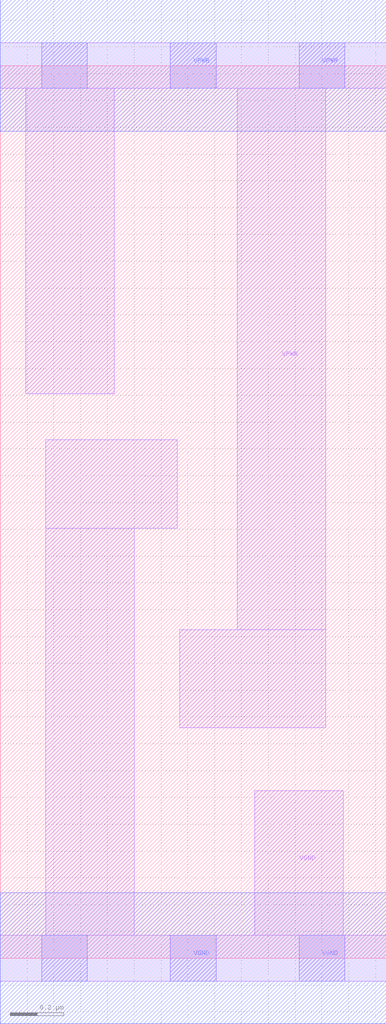
<source format=lef>
# Copyright 2020 The SkyWater PDK Authors
#
# Licensed under the Apache License, Version 2.0 (the "License");
# you may not use this file except in compliance with the License.
# You may obtain a copy of the License at
#
#     https://www.apache.org/licenses/LICENSE-2.0
#
# Unless required by applicable law or agreed to in writing, software
# distributed under the License is distributed on an "AS IS" BASIS,
# WITHOUT WARRANTIES OR CONDITIONS OF ANY KIND, either express or implied.
# See the License for the specific language governing permissions and
# limitations under the License.
#
# SPDX-License-Identifier: Apache-2.0

VERSION 5.7 ;
  NAMESCASESENSITIVE ON ;
  NOWIREEXTENSIONATPIN ON ;
  DIVIDERCHAR "/" ;
  BUSBITCHARS "[]" ;
UNITS
  DATABASE MICRONS 200 ;
END UNITS
MACRO sky130_fd_sc_lp__decap_3
  CLASS CORE SPACER ;
  SOURCE USER ;
  FOREIGN sky130_fd_sc_lp__decap_3 ;
  ORIGIN  0.000000  0.000000 ;
  SIZE  1.440000 BY  3.330000 ;
  SYMMETRY X Y R90 ;
  SITE unit ;
  PIN VGND
    DIRECTION INOUT ;
    USE GROUND ;
    PORT
      LAYER li1 ;
        RECT 0.000000 -0.085000 1.440000 0.085000 ;
        RECT 0.170000  0.085000 0.500000 1.605000 ;
        RECT 0.170000  1.605000 0.660000 1.935000 ;
        RECT 0.950000  0.085000 1.280000 0.625000 ;
      LAYER mcon ;
        RECT 0.155000 -0.085000 0.325000 0.085000 ;
        RECT 0.635000 -0.085000 0.805000 0.085000 ;
        RECT 1.115000 -0.085000 1.285000 0.085000 ;
      LAYER met1 ;
        RECT 0.000000 -0.245000 1.440000 0.245000 ;
    END
  END VGND
  PIN VPWR
    DIRECTION INOUT ;
    USE POWER ;
    PORT
      LAYER li1 ;
        RECT 0.000000 3.245000 1.440000 3.415000 ;
        RECT 0.095000 2.105000 0.425000 3.245000 ;
        RECT 0.670000 0.860000 1.215000 1.225000 ;
        RECT 0.885000 1.225000 1.215000 3.245000 ;
      LAYER mcon ;
        RECT 0.155000 3.245000 0.325000 3.415000 ;
        RECT 0.635000 3.245000 0.805000 3.415000 ;
        RECT 1.115000 3.245000 1.285000 3.415000 ;
      LAYER met1 ;
        RECT 0.000000 3.085000 1.440000 3.575000 ;
    END
  END VPWR
END sky130_fd_sc_lp__decap_3

</source>
